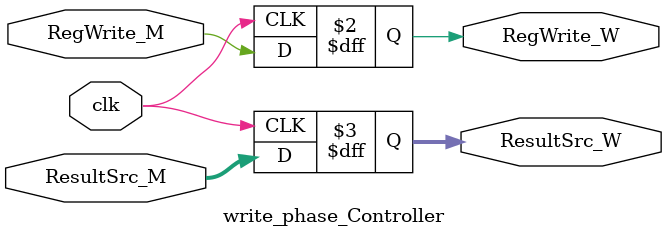
<source format=sv>
module write_phase_Controller (
    input logic        clk,
    input logic        RegWrite_M,
    input logic [1:0]  ResultSrc_M,
    output logic       RegWrite_W,
    output logic[1:0]  ResultSrc_W
);
   always_ff @(posedge clk)
      begin
        RegWrite_W  <= RegWrite_M;
        ResultSrc_W <= ResultSrc_M;
      end
endmodule

</source>
